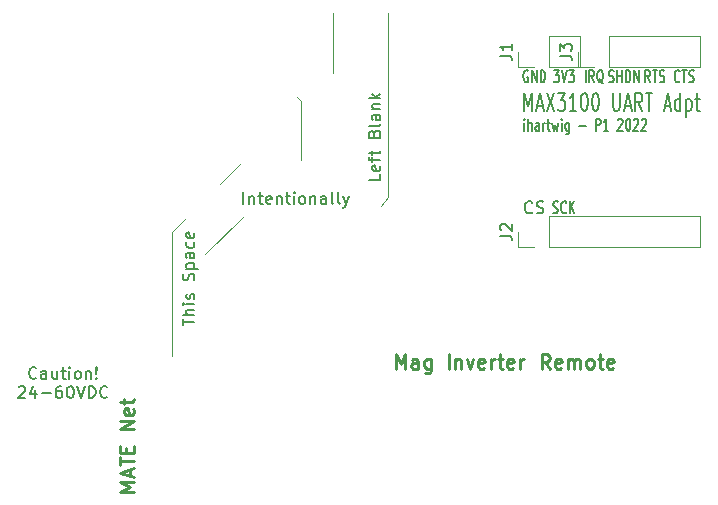
<source format=gbr>
%TF.GenerationSoftware,KiCad,Pcbnew,(6.0.5-0)*%
%TF.CreationDate,2022-08-13T19:22:48-07:00*%
%TF.ProjectId,max3100-uart-adpt,6d617833-3130-4302-9d75-6172742d6164,P1.1*%
%TF.SameCoordinates,PX6b4f310PY74ffa90*%
%TF.FileFunction,Legend,Top*%
%TF.FilePolarity,Positive*%
%FSLAX46Y46*%
G04 Gerber Fmt 4.6, Leading zero omitted, Abs format (unit mm)*
G04 Created by KiCad (PCBNEW (6.0.5-0)) date 2022-08-13 19:22:48*
%MOMM*%
%LPD*%
G01*
G04 APERTURE LIST*
%ADD10C,0.150000*%
%ADD11C,0.210000*%
%ADD12C,0.120000*%
%ADD13C,0.220000*%
G04 APERTURE END LIST*
D10*
X44128000Y38529620D02*
X44128000Y39196286D01*
X44128000Y39529620D02*
X44094666Y39482000D01*
X44128000Y39434381D01*
X44161333Y39482000D01*
X44128000Y39529620D01*
X44128000Y39434381D01*
X44461333Y38529620D02*
X44461333Y39529620D01*
X44761333Y38529620D02*
X44761333Y39053429D01*
X44728000Y39148667D01*
X44661333Y39196286D01*
X44561333Y39196286D01*
X44494666Y39148667D01*
X44461333Y39101048D01*
X45394666Y38529620D02*
X45394666Y39053429D01*
X45361333Y39148667D01*
X45294666Y39196286D01*
X45161333Y39196286D01*
X45094666Y39148667D01*
X45394666Y38577239D02*
X45328000Y38529620D01*
X45161333Y38529620D01*
X45094666Y38577239D01*
X45061333Y38672477D01*
X45061333Y38767715D01*
X45094666Y38862953D01*
X45161333Y38910572D01*
X45328000Y38910572D01*
X45394666Y38958191D01*
X45728000Y38529620D02*
X45728000Y39196286D01*
X45728000Y39005810D02*
X45761333Y39101048D01*
X45794666Y39148667D01*
X45861333Y39196286D01*
X45928000Y39196286D01*
X46061333Y39196286D02*
X46328000Y39196286D01*
X46161333Y39529620D02*
X46161333Y38672477D01*
X46194666Y38577239D01*
X46261333Y38529620D01*
X46328000Y38529620D01*
X46494666Y39196286D02*
X46628000Y38529620D01*
X46761333Y39005810D01*
X46894666Y38529620D01*
X47028000Y39196286D01*
X47294666Y38529620D02*
X47294666Y39196286D01*
X47294666Y39529620D02*
X47261333Y39482000D01*
X47294666Y39434381D01*
X47328000Y39482000D01*
X47294666Y39529620D01*
X47294666Y39434381D01*
X47928000Y39196286D02*
X47928000Y38386762D01*
X47894666Y38291524D01*
X47861333Y38243905D01*
X47794666Y38196286D01*
X47694666Y38196286D01*
X47628000Y38243905D01*
X47928000Y38577239D02*
X47861333Y38529620D01*
X47728000Y38529620D01*
X47661333Y38577239D01*
X47628000Y38624858D01*
X47594666Y38720096D01*
X47594666Y39005810D01*
X47628000Y39101048D01*
X47661333Y39148667D01*
X47728000Y39196286D01*
X47861333Y39196286D01*
X47928000Y39148667D01*
X48794666Y38910572D02*
X49328000Y38910572D01*
X50194666Y38529620D02*
X50194666Y39529620D01*
X50461333Y39529620D01*
X50528000Y39482000D01*
X50561333Y39434381D01*
X50594666Y39339143D01*
X50594666Y39196286D01*
X50561333Y39101048D01*
X50528000Y39053429D01*
X50461333Y39005810D01*
X50194666Y39005810D01*
X51261333Y38529620D02*
X50861333Y38529620D01*
X51061333Y38529620D02*
X51061333Y39529620D01*
X50994666Y39386762D01*
X50928000Y39291524D01*
X50861333Y39243905D01*
X52061333Y39434381D02*
X52094666Y39482000D01*
X52161333Y39529620D01*
X52328000Y39529620D01*
X52394666Y39482000D01*
X52428000Y39434381D01*
X52461333Y39339143D01*
X52461333Y39243905D01*
X52428000Y39101048D01*
X52028000Y38529620D01*
X52461333Y38529620D01*
X52894666Y39529620D02*
X52961333Y39529620D01*
X53028000Y39482000D01*
X53061333Y39434381D01*
X53094666Y39339143D01*
X53128000Y39148667D01*
X53128000Y38910572D01*
X53094666Y38720096D01*
X53061333Y38624858D01*
X53028000Y38577239D01*
X52961333Y38529620D01*
X52894666Y38529620D01*
X52828000Y38577239D01*
X52794666Y38624858D01*
X52761333Y38720096D01*
X52728000Y38910572D01*
X52728000Y39148667D01*
X52761333Y39339143D01*
X52794666Y39434381D01*
X52828000Y39482000D01*
X52894666Y39529620D01*
X53394666Y39434381D02*
X53428000Y39482000D01*
X53494666Y39529620D01*
X53661333Y39529620D01*
X53728000Y39482000D01*
X53761333Y39434381D01*
X53794666Y39339143D01*
X53794666Y39243905D01*
X53761333Y39101048D01*
X53361333Y38529620D01*
X53794666Y38529620D01*
X54061333Y39434381D02*
X54094666Y39482000D01*
X54161333Y39529620D01*
X54328000Y39529620D01*
X54394666Y39482000D01*
X54428000Y39434381D01*
X54461333Y39339143D01*
X54461333Y39243905D01*
X54428000Y39101048D01*
X54028000Y38529620D01*
X54461333Y38529620D01*
D11*
X44120857Y40203429D02*
X44120857Y41703429D01*
X44454190Y40632000D01*
X44787523Y41703429D01*
X44787523Y40203429D01*
X45216095Y40632000D02*
X45692285Y40632000D01*
X45120857Y40203429D02*
X45454190Y41703429D01*
X45787523Y40203429D01*
X46025619Y41703429D02*
X46692285Y40203429D01*
X46692285Y41703429D02*
X46025619Y40203429D01*
X46978000Y41703429D02*
X47597047Y41703429D01*
X47263714Y41132000D01*
X47406571Y41132000D01*
X47501809Y41060572D01*
X47549428Y40989143D01*
X47597047Y40846286D01*
X47597047Y40489143D01*
X47549428Y40346286D01*
X47501809Y40274858D01*
X47406571Y40203429D01*
X47120857Y40203429D01*
X47025619Y40274858D01*
X46978000Y40346286D01*
X48549428Y40203429D02*
X47978000Y40203429D01*
X48263714Y40203429D02*
X48263714Y41703429D01*
X48168476Y41489143D01*
X48073238Y41346286D01*
X47978000Y41274858D01*
X49168476Y41703429D02*
X49263714Y41703429D01*
X49358952Y41632000D01*
X49406571Y41560572D01*
X49454190Y41417715D01*
X49501809Y41132000D01*
X49501809Y40774858D01*
X49454190Y40489143D01*
X49406571Y40346286D01*
X49358952Y40274858D01*
X49263714Y40203429D01*
X49168476Y40203429D01*
X49073238Y40274858D01*
X49025619Y40346286D01*
X48978000Y40489143D01*
X48930380Y40774858D01*
X48930380Y41132000D01*
X48978000Y41417715D01*
X49025619Y41560572D01*
X49073238Y41632000D01*
X49168476Y41703429D01*
X50120857Y41703429D02*
X50216095Y41703429D01*
X50311333Y41632000D01*
X50358952Y41560572D01*
X50406571Y41417715D01*
X50454190Y41132000D01*
X50454190Y40774858D01*
X50406571Y40489143D01*
X50358952Y40346286D01*
X50311333Y40274858D01*
X50216095Y40203429D01*
X50120857Y40203429D01*
X50025619Y40274858D01*
X49978000Y40346286D01*
X49930380Y40489143D01*
X49882761Y40774858D01*
X49882761Y41132000D01*
X49930380Y41417715D01*
X49978000Y41560572D01*
X50025619Y41632000D01*
X50120857Y41703429D01*
X51644666Y41703429D02*
X51644666Y40489143D01*
X51692285Y40346286D01*
X51739904Y40274858D01*
X51835142Y40203429D01*
X52025619Y40203429D01*
X52120857Y40274858D01*
X52168476Y40346286D01*
X52216095Y40489143D01*
X52216095Y41703429D01*
X52644666Y40632000D02*
X53120857Y40632000D01*
X52549428Y40203429D02*
X52882761Y41703429D01*
X53216095Y40203429D01*
X54120857Y40203429D02*
X53787523Y40917715D01*
X53549428Y40203429D02*
X53549428Y41703429D01*
X53930380Y41703429D01*
X54025619Y41632000D01*
X54073238Y41560572D01*
X54120857Y41417715D01*
X54120857Y41203429D01*
X54073238Y41060572D01*
X54025619Y40989143D01*
X53930380Y40917715D01*
X53549428Y40917715D01*
X54406571Y41703429D02*
X54978000Y41703429D01*
X54692285Y40203429D02*
X54692285Y41703429D01*
X56025619Y40632000D02*
X56501809Y40632000D01*
X55930380Y40203429D02*
X56263714Y41703429D01*
X56597047Y40203429D01*
X57358952Y40203429D02*
X57358952Y41703429D01*
X57358952Y40274858D02*
X57263714Y40203429D01*
X57073238Y40203429D01*
X56978000Y40274858D01*
X56930380Y40346286D01*
X56882761Y40489143D01*
X56882761Y40917715D01*
X56930380Y41060572D01*
X56978000Y41132000D01*
X57073238Y41203429D01*
X57263714Y41203429D01*
X57358952Y41132000D01*
X57835142Y41203429D02*
X57835142Y39703429D01*
X57835142Y41132000D02*
X57930380Y41203429D01*
X58120857Y41203429D01*
X58216095Y41132000D01*
X58263714Y41060572D01*
X58311333Y40917715D01*
X58311333Y40489143D01*
X58263714Y40346286D01*
X58216095Y40274858D01*
X58120857Y40203429D01*
X57930380Y40203429D01*
X57835142Y40274858D01*
X58597047Y41203429D02*
X58978000Y41203429D01*
X58739904Y41703429D02*
X58739904Y40417715D01*
X58787523Y40274858D01*
X58882761Y40203429D01*
X58978000Y40203429D01*
D10*
X44444666Y43582000D02*
X44378000Y43629620D01*
X44278000Y43629620D01*
X44178000Y43582000D01*
X44111333Y43486762D01*
X44078000Y43391524D01*
X44044666Y43201048D01*
X44044666Y43058191D01*
X44078000Y42867715D01*
X44111333Y42772477D01*
X44178000Y42677239D01*
X44278000Y42629620D01*
X44344666Y42629620D01*
X44444666Y42677239D01*
X44478000Y42724858D01*
X44478000Y43058191D01*
X44344666Y43058191D01*
X44778000Y42629620D02*
X44778000Y43629620D01*
X45178000Y42629620D01*
X45178000Y43629620D01*
X45511333Y42629620D02*
X45511333Y43629620D01*
X45678000Y43629620D01*
X45778000Y43582000D01*
X45844666Y43486762D01*
X45878000Y43391524D01*
X45911333Y43201048D01*
X45911333Y43058191D01*
X45878000Y42867715D01*
X45844666Y42772477D01*
X45778000Y42677239D01*
X45678000Y42629620D01*
X45511333Y42629620D01*
X46661333Y43629620D02*
X47094666Y43629620D01*
X46861333Y43248667D01*
X46961333Y43248667D01*
X47028000Y43201048D01*
X47061333Y43153429D01*
X47094666Y43058191D01*
X47094666Y42820096D01*
X47061333Y42724858D01*
X47028000Y42677239D01*
X46961333Y42629620D01*
X46761333Y42629620D01*
X46694666Y42677239D01*
X46661333Y42724858D01*
X47294666Y43629620D02*
X47528000Y42629620D01*
X47761333Y43629620D01*
X47928000Y43629620D02*
X48361333Y43629620D01*
X48128000Y43248667D01*
X48228000Y43248667D01*
X48294666Y43201048D01*
X48328000Y43153429D01*
X48361333Y43058191D01*
X48361333Y42820096D01*
X48328000Y42724858D01*
X48294666Y42677239D01*
X48228000Y42629620D01*
X48028000Y42629620D01*
X47961333Y42677239D01*
X47928000Y42724858D01*
X49321333Y42629620D02*
X49321333Y43629620D01*
X50054666Y42629620D02*
X49821333Y43105810D01*
X49654666Y42629620D02*
X49654666Y43629620D01*
X49921333Y43629620D01*
X49988000Y43582000D01*
X50021333Y43534381D01*
X50054666Y43439143D01*
X50054666Y43296286D01*
X50021333Y43201048D01*
X49988000Y43153429D01*
X49921333Y43105810D01*
X49654666Y43105810D01*
X50821333Y42534381D02*
X50754666Y42582000D01*
X50688000Y42677239D01*
X50588000Y42820096D01*
X50521333Y42867715D01*
X50454666Y42867715D01*
X50488000Y42629620D02*
X50421333Y42677239D01*
X50354666Y42772477D01*
X50321333Y42962953D01*
X50321333Y43296286D01*
X50354666Y43486762D01*
X50421333Y43582000D01*
X50488000Y43629620D01*
X50621333Y43629620D01*
X50688000Y43582000D01*
X50754666Y43486762D01*
X50788000Y43296286D01*
X50788000Y42962953D01*
X50754666Y42772477D01*
X50688000Y42677239D01*
X50621333Y42629620D01*
X50488000Y42629620D01*
X57294666Y42724858D02*
X57261333Y42677239D01*
X57161333Y42629620D01*
X57094666Y42629620D01*
X56994666Y42677239D01*
X56928000Y42772477D01*
X56894666Y42867715D01*
X56861333Y43058191D01*
X56861333Y43201048D01*
X56894666Y43391524D01*
X56928000Y43486762D01*
X56994666Y43582000D01*
X57094666Y43629620D01*
X57161333Y43629620D01*
X57261333Y43582000D01*
X57294666Y43534381D01*
X57494666Y43629620D02*
X57894666Y43629620D01*
X57694666Y42629620D02*
X57694666Y43629620D01*
X58094666Y42677239D02*
X58194666Y42629620D01*
X58361333Y42629620D01*
X58428000Y42677239D01*
X58461333Y42724858D01*
X58494666Y42820096D01*
X58494666Y42915334D01*
X58461333Y43010572D01*
X58428000Y43058191D01*
X58361333Y43105810D01*
X58228000Y43153429D01*
X58161333Y43201048D01*
X58128000Y43248667D01*
X58094666Y43343905D01*
X58094666Y43439143D01*
X58128000Y43534381D01*
X58161333Y43582000D01*
X58228000Y43629620D01*
X58394666Y43629620D01*
X58494666Y43582000D01*
X54794666Y42629620D02*
X54561333Y43105810D01*
X54394666Y42629620D02*
X54394666Y43629620D01*
X54661333Y43629620D01*
X54728000Y43582000D01*
X54761333Y43534381D01*
X54794666Y43439143D01*
X54794666Y43296286D01*
X54761333Y43201048D01*
X54728000Y43153429D01*
X54661333Y43105810D01*
X54394666Y43105810D01*
X54994666Y43629620D02*
X55394666Y43629620D01*
X55194666Y42629620D02*
X55194666Y43629620D01*
X55594666Y42677239D02*
X55694666Y42629620D01*
X55861333Y42629620D01*
X55928000Y42677239D01*
X55961333Y42724858D01*
X55994666Y42820096D01*
X55994666Y42915334D01*
X55961333Y43010572D01*
X55928000Y43058191D01*
X55861333Y43105810D01*
X55728000Y43153429D01*
X55661333Y43201048D01*
X55628000Y43248667D01*
X55594666Y43343905D01*
X55594666Y43439143D01*
X55628000Y43534381D01*
X55661333Y43582000D01*
X55728000Y43629620D01*
X55894666Y43629620D01*
X55994666Y43582000D01*
X51294666Y42677239D02*
X51394666Y42629620D01*
X51561333Y42629620D01*
X51628000Y42677239D01*
X51661333Y42724858D01*
X51694666Y42820096D01*
X51694666Y42915334D01*
X51661333Y43010572D01*
X51628000Y43058191D01*
X51561333Y43105810D01*
X51428000Y43153429D01*
X51361333Y43201048D01*
X51328000Y43248667D01*
X51294666Y43343905D01*
X51294666Y43439143D01*
X51328000Y43534381D01*
X51361333Y43582000D01*
X51428000Y43629620D01*
X51594666Y43629620D01*
X51694666Y43582000D01*
X51994666Y42629620D02*
X51994666Y43629620D01*
X51994666Y43153429D02*
X52394666Y43153429D01*
X52394666Y42629620D02*
X52394666Y43629620D01*
X52728000Y42629620D02*
X52728000Y43629620D01*
X52894666Y43629620D01*
X52994666Y43582000D01*
X53061333Y43486762D01*
X53094666Y43391524D01*
X53128000Y43201048D01*
X53128000Y43058191D01*
X53094666Y42867715D01*
X53061333Y42772477D01*
X52994666Y42677239D01*
X52894666Y42629620D01*
X52728000Y42629620D01*
X53428000Y42629620D02*
X53428000Y43629620D01*
X53828000Y42629620D01*
X53828000Y43629620D01*
X46578000Y31577239D02*
X46678000Y31529620D01*
X46844666Y31529620D01*
X46911333Y31577239D01*
X46944666Y31624858D01*
X46978000Y31720096D01*
X46978000Y31815334D01*
X46944666Y31910572D01*
X46911333Y31958191D01*
X46844666Y32005810D01*
X46711333Y32053429D01*
X46644666Y32101048D01*
X46611333Y32148667D01*
X46578000Y32243905D01*
X46578000Y32339143D01*
X46611333Y32434381D01*
X46644666Y32482000D01*
X46711333Y32529620D01*
X46878000Y32529620D01*
X46978000Y32482000D01*
X47678000Y31624858D02*
X47644666Y31577239D01*
X47544666Y31529620D01*
X47478000Y31529620D01*
X47378000Y31577239D01*
X47311333Y31672477D01*
X47278000Y31767715D01*
X47244666Y31958191D01*
X47244666Y32101048D01*
X47278000Y32291524D01*
X47311333Y32386762D01*
X47378000Y32482000D01*
X47478000Y32529620D01*
X47544666Y32529620D01*
X47644666Y32482000D01*
X47678000Y32434381D01*
X47978000Y31529620D02*
X47978000Y32529620D01*
X48378000Y31529620D02*
X48078000Y32101048D01*
X48378000Y32529620D02*
X47978000Y31958191D01*
X44811333Y31624858D02*
X44763714Y31577239D01*
X44620857Y31529620D01*
X44525619Y31529620D01*
X44382761Y31577239D01*
X44287523Y31672477D01*
X44239904Y31767715D01*
X44192285Y31958191D01*
X44192285Y32101048D01*
X44239904Y32291524D01*
X44287523Y32386762D01*
X44382761Y32482000D01*
X44525619Y32529620D01*
X44620857Y32529620D01*
X44763714Y32482000D01*
X44811333Y32434381D01*
X45192285Y31577239D02*
X45335142Y31529620D01*
X45573238Y31529620D01*
X45668476Y31577239D01*
X45716095Y31624858D01*
X45763714Y31720096D01*
X45763714Y31815334D01*
X45716095Y31910572D01*
X45668476Y31958191D01*
X45573238Y32005810D01*
X45382761Y32053429D01*
X45287523Y32101048D01*
X45239904Y32148667D01*
X45192285Y32243905D01*
X45192285Y32339143D01*
X45239904Y32434381D01*
X45287523Y32482000D01*
X45382761Y32529620D01*
X45620857Y32529620D01*
X45763714Y32482000D01*
X31948380Y34830143D02*
X31948380Y34353953D01*
X30948380Y34353953D01*
X31900761Y35544429D02*
X31948380Y35449191D01*
X31948380Y35258715D01*
X31900761Y35163477D01*
X31805523Y35115858D01*
X31424571Y35115858D01*
X31329333Y35163477D01*
X31281714Y35258715D01*
X31281714Y35449191D01*
X31329333Y35544429D01*
X31424571Y35592048D01*
X31519809Y35592048D01*
X31615047Y35115858D01*
X31281714Y35877762D02*
X31281714Y36258715D01*
X31948380Y36020620D02*
X31091238Y36020620D01*
X30996000Y36068239D01*
X30948380Y36163477D01*
X30948380Y36258715D01*
X31281714Y36449191D02*
X31281714Y36830143D01*
X30948380Y36592048D02*
X31805523Y36592048D01*
X31900761Y36639667D01*
X31948380Y36734905D01*
X31948380Y36830143D01*
X31424571Y38258715D02*
X31472190Y38401572D01*
X31519809Y38449191D01*
X31615047Y38496810D01*
X31757904Y38496810D01*
X31853142Y38449191D01*
X31900761Y38401572D01*
X31948380Y38306334D01*
X31948380Y37925381D01*
X30948380Y37925381D01*
X30948380Y38258715D01*
X30996000Y38353953D01*
X31043619Y38401572D01*
X31138857Y38449191D01*
X31234095Y38449191D01*
X31329333Y38401572D01*
X31376952Y38353953D01*
X31424571Y38258715D01*
X31424571Y37925381D01*
X31948380Y39068239D02*
X31900761Y38973000D01*
X31805523Y38925381D01*
X30948380Y38925381D01*
X31948380Y39877762D02*
X31424571Y39877762D01*
X31329333Y39830143D01*
X31281714Y39734905D01*
X31281714Y39544429D01*
X31329333Y39449191D01*
X31900761Y39877762D02*
X31948380Y39782524D01*
X31948380Y39544429D01*
X31900761Y39449191D01*
X31805523Y39401572D01*
X31710285Y39401572D01*
X31615047Y39449191D01*
X31567428Y39544429D01*
X31567428Y39782524D01*
X31519809Y39877762D01*
X31281714Y40353953D02*
X31948380Y40353953D01*
X31376952Y40353953D02*
X31329333Y40401572D01*
X31281714Y40496810D01*
X31281714Y40639667D01*
X31329333Y40734905D01*
X31424571Y40782524D01*
X31948380Y40782524D01*
X31948380Y41258715D02*
X30948380Y41258715D01*
X31567428Y41353953D02*
X31948380Y41639667D01*
X31281714Y41639667D02*
X31662666Y41258715D01*
X20360238Y32313620D02*
X20360238Y33313620D01*
X20836428Y32980286D02*
X20836428Y32313620D01*
X20836428Y32885048D02*
X20884047Y32932667D01*
X20979285Y32980286D01*
X21122142Y32980286D01*
X21217380Y32932667D01*
X21265000Y32837429D01*
X21265000Y32313620D01*
X21598333Y32980286D02*
X21979285Y32980286D01*
X21741190Y33313620D02*
X21741190Y32456477D01*
X21788809Y32361239D01*
X21884047Y32313620D01*
X21979285Y32313620D01*
X22693571Y32361239D02*
X22598333Y32313620D01*
X22407857Y32313620D01*
X22312619Y32361239D01*
X22265000Y32456477D01*
X22265000Y32837429D01*
X22312619Y32932667D01*
X22407857Y32980286D01*
X22598333Y32980286D01*
X22693571Y32932667D01*
X22741190Y32837429D01*
X22741190Y32742191D01*
X22265000Y32646953D01*
X23169761Y32980286D02*
X23169761Y32313620D01*
X23169761Y32885048D02*
X23217380Y32932667D01*
X23312619Y32980286D01*
X23455476Y32980286D01*
X23550714Y32932667D01*
X23598333Y32837429D01*
X23598333Y32313620D01*
X23931666Y32980286D02*
X24312619Y32980286D01*
X24074523Y33313620D02*
X24074523Y32456477D01*
X24122142Y32361239D01*
X24217380Y32313620D01*
X24312619Y32313620D01*
X24645952Y32313620D02*
X24645952Y32980286D01*
X24645952Y33313620D02*
X24598333Y33266000D01*
X24645952Y33218381D01*
X24693571Y33266000D01*
X24645952Y33313620D01*
X24645952Y33218381D01*
X25265000Y32313620D02*
X25169761Y32361239D01*
X25122142Y32408858D01*
X25074523Y32504096D01*
X25074523Y32789810D01*
X25122142Y32885048D01*
X25169761Y32932667D01*
X25265000Y32980286D01*
X25407857Y32980286D01*
X25503095Y32932667D01*
X25550714Y32885048D01*
X25598333Y32789810D01*
X25598333Y32504096D01*
X25550714Y32408858D01*
X25503095Y32361239D01*
X25407857Y32313620D01*
X25265000Y32313620D01*
X26026904Y32980286D02*
X26026904Y32313620D01*
X26026904Y32885048D02*
X26074523Y32932667D01*
X26169761Y32980286D01*
X26312619Y32980286D01*
X26407857Y32932667D01*
X26455476Y32837429D01*
X26455476Y32313620D01*
X27360238Y32313620D02*
X27360238Y32837429D01*
X27312619Y32932667D01*
X27217380Y32980286D01*
X27026904Y32980286D01*
X26931666Y32932667D01*
X27360238Y32361239D02*
X27265000Y32313620D01*
X27026904Y32313620D01*
X26931666Y32361239D01*
X26884047Y32456477D01*
X26884047Y32551715D01*
X26931666Y32646953D01*
X27026904Y32694572D01*
X27265000Y32694572D01*
X27360238Y32742191D01*
X27979285Y32313620D02*
X27884047Y32361239D01*
X27836428Y32456477D01*
X27836428Y33313620D01*
X28503095Y32313620D02*
X28407857Y32361239D01*
X28360238Y32456477D01*
X28360238Y33313620D01*
X28788809Y32980286D02*
X29026904Y32313620D01*
X29265000Y32980286D02*
X29026904Y32313620D01*
X28931666Y32075524D01*
X28884047Y32027905D01*
X28788809Y31980286D01*
X15200380Y22035000D02*
X15200380Y22606429D01*
X16200380Y22320715D02*
X15200380Y22320715D01*
X16200380Y22939762D02*
X15200380Y22939762D01*
X16200380Y23368334D02*
X15676571Y23368334D01*
X15581333Y23320715D01*
X15533714Y23225477D01*
X15533714Y23082620D01*
X15581333Y22987381D01*
X15628952Y22939762D01*
X16200380Y23844524D02*
X15533714Y23844524D01*
X15200380Y23844524D02*
X15248000Y23796905D01*
X15295619Y23844524D01*
X15248000Y23892143D01*
X15200380Y23844524D01*
X15295619Y23844524D01*
X16152761Y24273096D02*
X16200380Y24368334D01*
X16200380Y24558810D01*
X16152761Y24654048D01*
X16057523Y24701667D01*
X16009904Y24701667D01*
X15914666Y24654048D01*
X15867047Y24558810D01*
X15867047Y24415953D01*
X15819428Y24320715D01*
X15724190Y24273096D01*
X15676571Y24273096D01*
X15581333Y24320715D01*
X15533714Y24415953D01*
X15533714Y24558810D01*
X15581333Y24654048D01*
X16152761Y25844524D02*
X16200380Y25987381D01*
X16200380Y26225477D01*
X16152761Y26320715D01*
X16105142Y26368334D01*
X16009904Y26415953D01*
X15914666Y26415953D01*
X15819428Y26368334D01*
X15771809Y26320715D01*
X15724190Y26225477D01*
X15676571Y26035000D01*
X15628952Y25939762D01*
X15581333Y25892143D01*
X15486095Y25844524D01*
X15390857Y25844524D01*
X15295619Y25892143D01*
X15248000Y25939762D01*
X15200380Y26035000D01*
X15200380Y26273096D01*
X15248000Y26415953D01*
X15533714Y26844524D02*
X16533714Y26844524D01*
X15581333Y26844524D02*
X15533714Y26939762D01*
X15533714Y27130239D01*
X15581333Y27225477D01*
X15628952Y27273096D01*
X15724190Y27320715D01*
X16009904Y27320715D01*
X16105142Y27273096D01*
X16152761Y27225477D01*
X16200380Y27130239D01*
X16200380Y26939762D01*
X16152761Y26844524D01*
X16200380Y28177858D02*
X15676571Y28177858D01*
X15581333Y28130239D01*
X15533714Y28035000D01*
X15533714Y27844524D01*
X15581333Y27749286D01*
X16152761Y28177858D02*
X16200380Y28082620D01*
X16200380Y27844524D01*
X16152761Y27749286D01*
X16057523Y27701667D01*
X15962285Y27701667D01*
X15867047Y27749286D01*
X15819428Y27844524D01*
X15819428Y28082620D01*
X15771809Y28177858D01*
X16152761Y29082620D02*
X16200380Y28987381D01*
X16200380Y28796905D01*
X16152761Y28701667D01*
X16105142Y28654048D01*
X16009904Y28606429D01*
X15724190Y28606429D01*
X15628952Y28654048D01*
X15581333Y28701667D01*
X15533714Y28796905D01*
X15533714Y28987381D01*
X15581333Y29082620D01*
X16152761Y29892143D02*
X16200380Y29796905D01*
X16200380Y29606429D01*
X16152761Y29511191D01*
X16057523Y29463572D01*
X15676571Y29463572D01*
X15581333Y29511191D01*
X15533714Y29606429D01*
X15533714Y29796905D01*
X15581333Y29892143D01*
X15676571Y29939762D01*
X15771809Y29939762D01*
X15867047Y29463572D01*
D12*
X32639000Y32893000D02*
X32004000Y32131000D01*
X32639000Y48514000D02*
X32639000Y32893000D01*
X17145000Y28067000D02*
X20320000Y31242000D01*
X27940000Y43434000D02*
X27940000Y48514000D01*
X18415000Y34036000D02*
X20193000Y35814000D01*
X14351000Y29972000D02*
X15494000Y31115000D01*
X14351000Y19431000D02*
X14351000Y29972000D01*
X25273000Y41021000D02*
X24892000Y41402000D01*
X25273000Y36068000D02*
X25273000Y41021000D01*
D13*
X46298142Y18380143D02*
X45898142Y18951572D01*
X45612428Y18380143D02*
X45612428Y19580143D01*
X46069571Y19580143D01*
X46183857Y19523000D01*
X46241000Y19465858D01*
X46298142Y19351572D01*
X46298142Y19180143D01*
X46241000Y19065858D01*
X46183857Y19008715D01*
X46069571Y18951572D01*
X45612428Y18951572D01*
X47269571Y18437286D02*
X47155285Y18380143D01*
X46926714Y18380143D01*
X46812428Y18437286D01*
X46755285Y18551572D01*
X46755285Y19008715D01*
X46812428Y19123000D01*
X46926714Y19180143D01*
X47155285Y19180143D01*
X47269571Y19123000D01*
X47326714Y19008715D01*
X47326714Y18894429D01*
X46755285Y18780143D01*
X47841000Y18380143D02*
X47841000Y19180143D01*
X47841000Y19065858D02*
X47898142Y19123000D01*
X48012428Y19180143D01*
X48183857Y19180143D01*
X48298142Y19123000D01*
X48355285Y19008715D01*
X48355285Y18380143D01*
X48355285Y19008715D02*
X48412428Y19123000D01*
X48526714Y19180143D01*
X48698142Y19180143D01*
X48812428Y19123000D01*
X48869571Y19008715D01*
X48869571Y18380143D01*
X49612428Y18380143D02*
X49498142Y18437286D01*
X49441000Y18494429D01*
X49383857Y18608715D01*
X49383857Y18951572D01*
X49441000Y19065858D01*
X49498142Y19123000D01*
X49612428Y19180143D01*
X49783857Y19180143D01*
X49898142Y19123000D01*
X49955285Y19065858D01*
X50012428Y18951572D01*
X50012428Y18608715D01*
X49955285Y18494429D01*
X49898142Y18437286D01*
X49783857Y18380143D01*
X49612428Y18380143D01*
X50355285Y19180143D02*
X50812428Y19180143D01*
X50526714Y19580143D02*
X50526714Y18551572D01*
X50583857Y18437286D01*
X50698142Y18380143D01*
X50812428Y18380143D01*
X51669571Y18437286D02*
X51555285Y18380143D01*
X51326714Y18380143D01*
X51212428Y18437286D01*
X51155285Y18551572D01*
X51155285Y19008715D01*
X51212428Y19123000D01*
X51326714Y19180143D01*
X51555285Y19180143D01*
X51669571Y19123000D01*
X51726714Y19008715D01*
X51726714Y18894429D01*
X51155285Y18780143D01*
X33265142Y18380143D02*
X33265142Y19580143D01*
X33665142Y18723000D01*
X34065142Y19580143D01*
X34065142Y18380143D01*
X35150857Y18380143D02*
X35150857Y19008715D01*
X35093714Y19123000D01*
X34979428Y19180143D01*
X34750857Y19180143D01*
X34636571Y19123000D01*
X35150857Y18437286D02*
X35036571Y18380143D01*
X34750857Y18380143D01*
X34636571Y18437286D01*
X34579428Y18551572D01*
X34579428Y18665858D01*
X34636571Y18780143D01*
X34750857Y18837286D01*
X35036571Y18837286D01*
X35150857Y18894429D01*
X36236571Y19180143D02*
X36236571Y18208715D01*
X36179428Y18094429D01*
X36122285Y18037286D01*
X36008000Y17980143D01*
X35836571Y17980143D01*
X35722285Y18037286D01*
X36236571Y18437286D02*
X36122285Y18380143D01*
X35893714Y18380143D01*
X35779428Y18437286D01*
X35722285Y18494429D01*
X35665142Y18608715D01*
X35665142Y18951572D01*
X35722285Y19065858D01*
X35779428Y19123000D01*
X35893714Y19180143D01*
X36122285Y19180143D01*
X36236571Y19123000D01*
X37722285Y18380143D02*
X37722285Y19580143D01*
X38293714Y19180143D02*
X38293714Y18380143D01*
X38293714Y19065858D02*
X38350857Y19123000D01*
X38465142Y19180143D01*
X38636571Y19180143D01*
X38750857Y19123000D01*
X38808000Y19008715D01*
X38808000Y18380143D01*
X39265142Y19180143D02*
X39550857Y18380143D01*
X39836571Y19180143D01*
X40750857Y18437286D02*
X40636571Y18380143D01*
X40408000Y18380143D01*
X40293714Y18437286D01*
X40236571Y18551572D01*
X40236571Y19008715D01*
X40293714Y19123000D01*
X40408000Y19180143D01*
X40636571Y19180143D01*
X40750857Y19123000D01*
X40808000Y19008715D01*
X40808000Y18894429D01*
X40236571Y18780143D01*
X41322285Y18380143D02*
X41322285Y19180143D01*
X41322285Y18951572D02*
X41379428Y19065858D01*
X41436571Y19123000D01*
X41550857Y19180143D01*
X41665142Y19180143D01*
X41893714Y19180143D02*
X42350857Y19180143D01*
X42065142Y19580143D02*
X42065142Y18551572D01*
X42122285Y18437286D01*
X42236571Y18380143D01*
X42350857Y18380143D01*
X43208000Y18437286D02*
X43093714Y18380143D01*
X42865142Y18380143D01*
X42750857Y18437286D01*
X42693714Y18551572D01*
X42693714Y19008715D01*
X42750857Y19123000D01*
X42865142Y19180143D01*
X43093714Y19180143D01*
X43208000Y19123000D01*
X43265142Y19008715D01*
X43265142Y18894429D01*
X42693714Y18780143D01*
X43779428Y18380143D02*
X43779428Y19180143D01*
X43779428Y18951572D02*
X43836571Y19065858D01*
X43893714Y19123000D01*
X44008000Y19180143D01*
X44122285Y19180143D01*
X11083857Y7953858D02*
X9883857Y7953858D01*
X10741000Y8353858D01*
X9883857Y8753858D01*
X11083857Y8753858D01*
X10741000Y9268143D02*
X10741000Y9839572D01*
X11083857Y9153858D02*
X9883857Y9553858D01*
X11083857Y9953858D01*
X9883857Y10182429D02*
X9883857Y10868143D01*
X11083857Y10525286D02*
X9883857Y10525286D01*
X10455285Y11268143D02*
X10455285Y11668143D01*
X11083857Y11839572D02*
X11083857Y11268143D01*
X9883857Y11268143D01*
X9883857Y11839572D01*
X11083857Y13268143D02*
X9883857Y13268143D01*
X11083857Y13953858D01*
X9883857Y13953858D01*
X11026714Y14982429D02*
X11083857Y14868143D01*
X11083857Y14639572D01*
X11026714Y14525286D01*
X10912428Y14468143D01*
X10455285Y14468143D01*
X10341000Y14525286D01*
X10283857Y14639572D01*
X10283857Y14868143D01*
X10341000Y14982429D01*
X10455285Y15039572D01*
X10569571Y15039572D01*
X10683857Y14468143D01*
X10283857Y15382429D02*
X10283857Y15839572D01*
X9883857Y15553858D02*
X10912428Y15553858D01*
X11026714Y15611000D01*
X11083857Y15725286D01*
X11083857Y15839572D01*
D10*
X2818095Y17592858D02*
X2770476Y17545239D01*
X2627619Y17497620D01*
X2532380Y17497620D01*
X2389523Y17545239D01*
X2294285Y17640477D01*
X2246666Y17735715D01*
X2199047Y17926191D01*
X2199047Y18069048D01*
X2246666Y18259524D01*
X2294285Y18354762D01*
X2389523Y18450000D01*
X2532380Y18497620D01*
X2627619Y18497620D01*
X2770476Y18450000D01*
X2818095Y18402381D01*
X3675238Y17497620D02*
X3675238Y18021429D01*
X3627619Y18116667D01*
X3532380Y18164286D01*
X3341904Y18164286D01*
X3246666Y18116667D01*
X3675238Y17545239D02*
X3580000Y17497620D01*
X3341904Y17497620D01*
X3246666Y17545239D01*
X3199047Y17640477D01*
X3199047Y17735715D01*
X3246666Y17830953D01*
X3341904Y17878572D01*
X3580000Y17878572D01*
X3675238Y17926191D01*
X4580000Y18164286D02*
X4580000Y17497620D01*
X4151428Y18164286D02*
X4151428Y17640477D01*
X4199047Y17545239D01*
X4294285Y17497620D01*
X4437142Y17497620D01*
X4532380Y17545239D01*
X4580000Y17592858D01*
X4913333Y18164286D02*
X5294285Y18164286D01*
X5056190Y18497620D02*
X5056190Y17640477D01*
X5103809Y17545239D01*
X5199047Y17497620D01*
X5294285Y17497620D01*
X5627619Y17497620D02*
X5627619Y18164286D01*
X5627619Y18497620D02*
X5580000Y18450000D01*
X5627619Y18402381D01*
X5675238Y18450000D01*
X5627619Y18497620D01*
X5627619Y18402381D01*
X6246666Y17497620D02*
X6151428Y17545239D01*
X6103809Y17592858D01*
X6056190Y17688096D01*
X6056190Y17973810D01*
X6103809Y18069048D01*
X6151428Y18116667D01*
X6246666Y18164286D01*
X6389523Y18164286D01*
X6484761Y18116667D01*
X6532380Y18069048D01*
X6580000Y17973810D01*
X6580000Y17688096D01*
X6532380Y17592858D01*
X6484761Y17545239D01*
X6389523Y17497620D01*
X6246666Y17497620D01*
X7008571Y18164286D02*
X7008571Y17497620D01*
X7008571Y18069048D02*
X7056190Y18116667D01*
X7151428Y18164286D01*
X7294285Y18164286D01*
X7389523Y18116667D01*
X7437142Y18021429D01*
X7437142Y17497620D01*
X7913333Y17592858D02*
X7960952Y17545239D01*
X7913333Y17497620D01*
X7865714Y17545239D01*
X7913333Y17592858D01*
X7913333Y17497620D01*
X7913333Y17878572D02*
X7865714Y18450000D01*
X7913333Y18497620D01*
X7960952Y18450000D01*
X7913333Y17878572D01*
X7913333Y18497620D01*
X1318095Y16792381D02*
X1365714Y16840000D01*
X1460952Y16887620D01*
X1699047Y16887620D01*
X1794285Y16840000D01*
X1841904Y16792381D01*
X1889523Y16697143D01*
X1889523Y16601905D01*
X1841904Y16459048D01*
X1270476Y15887620D01*
X1889523Y15887620D01*
X2746666Y16554286D02*
X2746666Y15887620D01*
X2508571Y16935239D02*
X2270476Y16220953D01*
X2889523Y16220953D01*
X3270476Y16268572D02*
X4032380Y16268572D01*
X4937142Y16887620D02*
X4746666Y16887620D01*
X4651428Y16840000D01*
X4603809Y16792381D01*
X4508571Y16649524D01*
X4460952Y16459048D01*
X4460952Y16078096D01*
X4508571Y15982858D01*
X4556190Y15935239D01*
X4651428Y15887620D01*
X4841904Y15887620D01*
X4937142Y15935239D01*
X4984761Y15982858D01*
X5032380Y16078096D01*
X5032380Y16316191D01*
X4984761Y16411429D01*
X4937142Y16459048D01*
X4841904Y16506667D01*
X4651428Y16506667D01*
X4556190Y16459048D01*
X4508571Y16411429D01*
X4460952Y16316191D01*
X5651428Y16887620D02*
X5746666Y16887620D01*
X5841904Y16840000D01*
X5889523Y16792381D01*
X5937142Y16697143D01*
X5984761Y16506667D01*
X5984761Y16268572D01*
X5937142Y16078096D01*
X5889523Y15982858D01*
X5841904Y15935239D01*
X5746666Y15887620D01*
X5651428Y15887620D01*
X5556190Y15935239D01*
X5508571Y15982858D01*
X5460952Y16078096D01*
X5413333Y16268572D01*
X5413333Y16506667D01*
X5460952Y16697143D01*
X5508571Y16792381D01*
X5556190Y16840000D01*
X5651428Y16887620D01*
X6270476Y16887620D02*
X6603809Y15887620D01*
X6937142Y16887620D01*
X7270476Y15887620D02*
X7270476Y16887620D01*
X7508571Y16887620D01*
X7651428Y16840000D01*
X7746666Y16744762D01*
X7794285Y16649524D01*
X7841904Y16459048D01*
X7841904Y16316191D01*
X7794285Y16125715D01*
X7746666Y16030477D01*
X7651428Y15935239D01*
X7508571Y15887620D01*
X7270476Y15887620D01*
X8841904Y15982858D02*
X8794285Y15935239D01*
X8651428Y15887620D01*
X8556190Y15887620D01*
X8413333Y15935239D01*
X8318095Y16030477D01*
X8270476Y16125715D01*
X8222857Y16316191D01*
X8222857Y16459048D01*
X8270476Y16649524D01*
X8318095Y16744762D01*
X8413333Y16840000D01*
X8556190Y16887620D01*
X8651428Y16887620D01*
X8794285Y16840000D01*
X8841904Y16792381D01*
%TO.C,J3*%
X47160380Y44878667D02*
X47874666Y44878667D01*
X48017523Y44831048D01*
X48112761Y44735810D01*
X48160380Y44592953D01*
X48160380Y44497715D01*
X47160380Y45259620D02*
X47160380Y45878667D01*
X47541333Y45545334D01*
X47541333Y45688191D01*
X47588952Y45783429D01*
X47636571Y45831048D01*
X47731809Y45878667D01*
X47969904Y45878667D01*
X48065142Y45831048D01*
X48112761Y45783429D01*
X48160380Y45688191D01*
X48160380Y45402477D01*
X48112761Y45307239D01*
X48065142Y45259620D01*
%TO.C,J2*%
X42080380Y29638667D02*
X42794666Y29638667D01*
X42937523Y29591048D01*
X43032761Y29495810D01*
X43080380Y29352953D01*
X43080380Y29257715D01*
X42175619Y30067239D02*
X42128000Y30114858D01*
X42080380Y30210096D01*
X42080380Y30448191D01*
X42128000Y30543429D01*
X42175619Y30591048D01*
X42270857Y30638667D01*
X42366095Y30638667D01*
X42508952Y30591048D01*
X43080380Y30019620D01*
X43080380Y30638667D01*
%TO.C,J1*%
X42080380Y44878667D02*
X42794666Y44878667D01*
X42937523Y44831048D01*
X43032761Y44735810D01*
X43080380Y44592953D01*
X43080380Y44497715D01*
X43080380Y45878667D02*
X43080380Y45307239D01*
X43080380Y45592953D02*
X42080380Y45592953D01*
X42223238Y45497715D01*
X42318476Y45402477D01*
X42366095Y45307239D01*
D12*
%TO.C,J3*%
X51308000Y46542000D02*
X58988000Y46542000D01*
X50038000Y43882000D02*
X48708000Y43882000D01*
X58988000Y43882000D02*
X58988000Y46542000D01*
X51308000Y43882000D02*
X51308000Y46542000D01*
X48708000Y43882000D02*
X48708000Y45212000D01*
X51308000Y43882000D02*
X58988000Y43882000D01*
%TO.C,J2*%
X46228000Y28642000D02*
X58988000Y28642000D01*
X44958000Y28642000D02*
X43628000Y28642000D01*
X43628000Y28642000D02*
X43628000Y29972000D01*
X46228000Y28642000D02*
X46228000Y31302000D01*
X58988000Y28642000D02*
X58988000Y31302000D01*
X46228000Y31302000D02*
X58988000Y31302000D01*
%TO.C,J1*%
X44958000Y43882000D02*
X43628000Y43882000D01*
X48828000Y43882000D02*
X48828000Y46542000D01*
X46228000Y43882000D02*
X48828000Y43882000D01*
X46228000Y43882000D02*
X46228000Y46542000D01*
X43628000Y43882000D02*
X43628000Y45212000D01*
X46228000Y46542000D02*
X48828000Y46542000D01*
%TD*%
M02*

</source>
